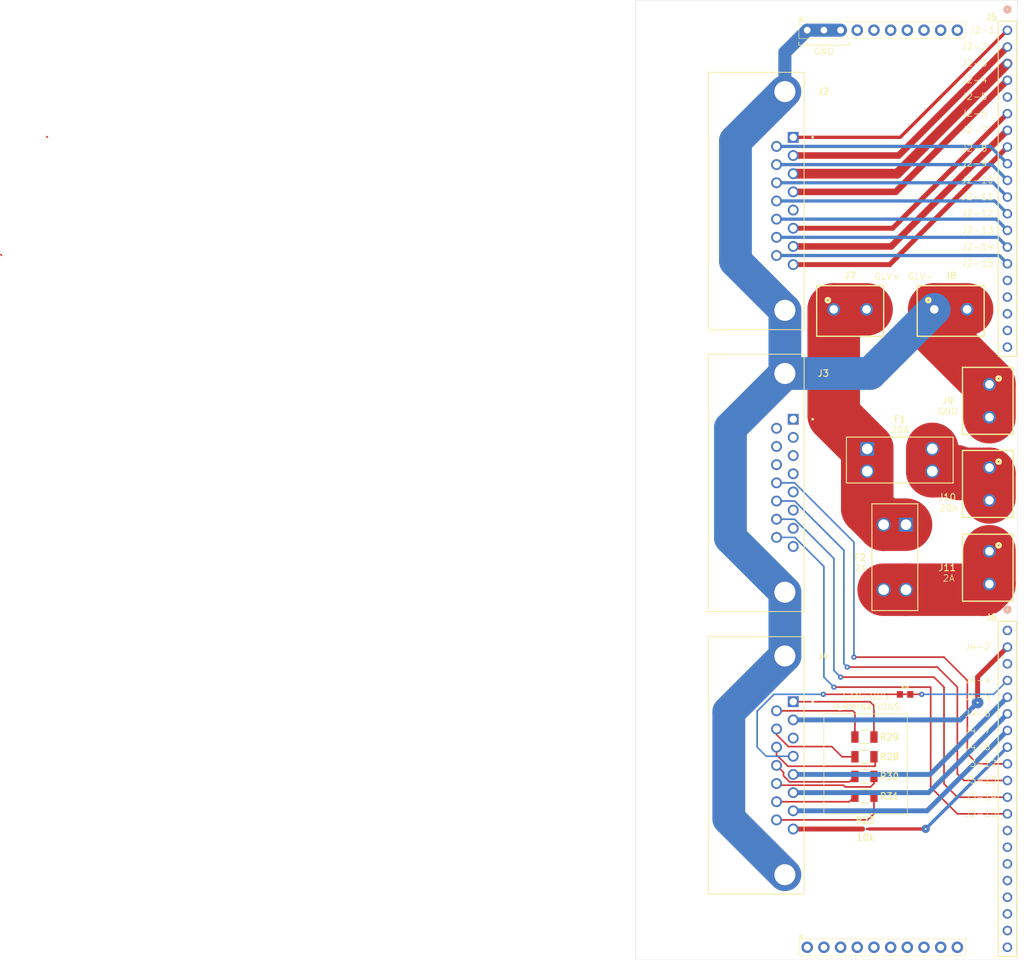
<source format=kicad_pcb>
(kicad_pcb (version 20240108) (generator "pcbnew") (generator_version "8.0")
  (layers (0 "F.Cu" signal) (31 "B.Cu" signal) (34 "B.Paste" user) (35 "F.Paste" user) (36 "B.SilkS" user "B.Silkscreen") (37 "F.SilkS" user "F.Silkscreen") (38 "B.Mask" user) (39 "F.Mask" user) (44 "Edge.Cuts" user))
  (net 0 "")
  (net 1 "Net-(J2-Pad02)")
  (net 2 "Net-(J2-Pad10)")
  (net 3 "Net-(J2-Pad04)")
  (net 6 "Net-(J2-Pad11)")
  (net 8 "Net-(J2-Pad09)")
  (net 10 "Net-(J3-Pad12)")
  (net 11 "Net-(J3-Pad13)")
  (net 12 "Net-(J3-Pad15)")
  (net 13 "Net-(J3-Pad14)")
  (net 23 "Net-(J2-Pad01)")
  (net 24 "Net-(J2-Pad07)")
  (net 25 "Net-(J2-Pad08)")
  (net 28 "Net-(J2-Pad03)")
  (net 32 "Net-(J2-Pad06)")
  (net 35 "Net-(J2-Pad12)")
  (net 38 "Net-(J2-Pad13)")
  (net 40 "Net-(J2-Pad15)")
  (net 43 "Net-(J2-Pad14)")
  (net 44 "Net-(J4-Pad12)")
  (net 45 "Net-(J4-Pad04)")
  (net 46 "Net-(J4-Pad07)")
  (net 47 "Net-(J4-Pad05)")
  (net 48 "Net-(J4-Pad10)")
  (net 49 "Net-(J4-Pad01)")
  (net 50 "Net-(J4-Pad06)")
  (net 51 "Net-(J4-Pad08)")
  (net 52 "Net-(J4-Pad15)")
  (net 53 "Net-(J4-Pad14)")
  (net 55 "Net-(J4-Pad11)")
  (net 56 "unconnected-(J4-Pad02)")
  (net 57 "Net-(J4-Pad13)")
  (net 58 "Net-(J4-Pad09)")
  (net 59 "Net-(J6-Pad8)")
  (net 61 "Net-(F1-Pad1)")
  (net 62 "Net-(F1-Pad3)")
  (net 63 "Net-(F2-Pad3)")
  (net 67 "Net-(J1-Pad1)")
  (footprint "3568:3568_KEY" (layer "F.Cu") (at 114.1018 95.647 -90)
    (property "Reference" "F2" (at 5 6 0) (layer "F.SilkS") (effects (justify right)))
    (property "Value" "2A")
    (fp_line (start 13.081 5.1943) (end -3.175 5.1943) (stroke (width 0.1524)) (layer "F.SilkS"))
    (fp_line (start -3.175 -1.7907) (end -3.175 5.1943) (stroke (width 0.1524)) (layer "F.SilkS"))
    (fp_line (start 13.081 -1.7907) (end 13.081 5.1943) (stroke (width 0.1524)) (layer "F.SilkS"))
    (fp_line (start 13.081 -1.7907) (end -3.175 -1.7907) (stroke (width 0.1524)) (layer "F.SilkS"))
    (pad "1" thru_hole rect (at 0 0 270) (size 2.1082 2.1082) (drill 1.6002) (layers "*.Cu" "*.Mask") (net 61 "Net-(F1-Pad1)"))
    (pad "2" thru_hole circle (at 0 3.4036 270) (size 2.1082 2.1082) (drill 1.6002) (layers "*.Cu" "*.Mask") (net 61 "Net-(F1-Pad1)"))
    (pad "3" thru_hole circle (at 9.906 3.4036 270) (size 2.1082 2.1082) (drill 1.6002) (layers "*.Cu" "*.Mask") (net 63 "Net-(F2-Pad3)"))
    (pad "4" thru_hole circle (at 9.906 0 270) (size 2.1082 2.1082) (drill 1.6002) (layers "*.Cu" "*.Mask") (net 63 "Net-(F2-Pad3)"))
  )
  (footprint "3568:3568_KEY" (layer "F.Cu") (at 108.2 84.1)
    (property "Reference" "F1" (at 4.953 -5.106 0) (layer "F.SilkS") (effects (justify top)))
    (property "Value" "20A")
    (fp_line (start -3.175 -1.7907) (end -3.175 5.1943) (stroke (width 0.1524)) (layer "F.SilkS"))
    (fp_line (start 13.081 -1.7907) (end -3.175 -1.7907) (stroke (width 0.1524)) (layer "F.SilkS"))
    (fp_line (start 13.081 -1.7907) (end 13.081 5.1943) (stroke (width 0.1524)) (layer "F.SilkS"))
    (fp_line (start 13.081 5.1943) (end -3.175 5.1943) (stroke (width 0.1524)) (layer "F.SilkS"))
    (pad "1" thru_hole rect (at 0 0) (size 2.1082 2.1082) (drill 1.6002) (layers "*.Cu" "*.Mask") (net 61 "Net-(F1-Pad1)"))
    (pad "2" thru_hole circle (at 0 3.4036) (size 2.1082 2.1082) (drill 1.6002) (layers "*.Cu" "*.Mask") (net 61 "Net-(F1-Pad1)"))
    (pad "3" thru_hole circle (at 9.906 3.4036) (size 2.1082 2.1082) (drill 1.6002) (layers "*.Cu" "*.Mask") (net 62 "Net-(F1-Pad3)"))
    (pad "4" thru_hole circle (at 9.906 0) (size 2.1082 2.1082) (drill 1.6002) (layers "*.Cu" "*.Mask") (net 62 "Net-(F1-Pad3)"))
  )
  (footprint "TNPW1206120RBEEA:RES_TNPW1206_VIS" (layer "F.Cu") (at 107.7722 137)
    (property "Reference" "R31" (at 2.25 0 0) (layer "F.SilkS") (effects (justify left)))
    (property "Value" "120")
    (fp_line (start -0.58145 1.0033) (end 0.58145 1.0033) (stroke (width 0.1524)) (layer "F.SilkS"))
    (fp_line (start 0.58145 -1.0033) (end -0.58145 -1.0033) (stroke (width 0.1524)) (layer "F.SilkS"))
    (pad "1" smd rect (at -1.4478 0) (size 1.1176 1.7526) (layers "F.Cu" "F.Paste" "F.Mask") (net 53 "Net-(J4-Pad14)"))
    (pad "2" smd rect (at 1.4478 0) (size 1.1176 1.7526) (layers "F.Cu" "F.Paste" "F.Mask") (net 52 "Net-(J4-Pad15)"))
  )
  (footprint "691137710002:691137710002" (layer "F.Cu") (at 120.9 62.85)
    (property "Reference" "J8" (at 0 -5.135 0) (layer "F.SilkS"))
    (property "Value" "691137710002")
    (property "VALUE" "691137710002" (hide yes))
    (fp_line (start -5.1 -3.6) (end 5.1 -3.6) (stroke (width 0.2)) (layer "F.SilkS"))
    (fp_line (start -5.1 4.1) (end -5.1 -3.6) (stroke (width 0.2)) (layer "F.SilkS"))
    (fp_line (start 5.1 -3.6) (end 5.1 4.1) (stroke (width 0.2)) (layer "F.SilkS"))
    (fp_line (start 5.1 4.1) (end -5.1 4.1) (stroke (width 0.2)) (layer "F.SilkS"))
    (fp_circle (center -3.4 -1.4) (end -3.3 -1.4) (stroke (width 0.4)) (fill none) (layer "F.SilkS"))
    (pad "1" thru_hole circle (at -2.5 0) (size 1.95 1.95) (drill 1.3) (layers "*.Cu" "*.Mask") (net 67 "Net-(J1-Pad1)"))
    (pad "2" thru_hole circle (at 2.5 0) (size 1.95 1.95) (drill 1.3) (layers "*.Cu" "*.Mask") (net 67 "Net-(J1-Pad1)"))
  )
  (footprint "691137710002:691137710002" (layer "F.Cu") (at 126.8 89.44 -90)
    (property "Reference" "J10" (at 2 5 0) (layer "F.SilkS") (effects (justify right)))
    (property "Value" "691137710002")
    (property "VALUE" "691137710002" (hide yes))
    (fp_line (start -5.1 4.1) (end -5.1 -3.6) (stroke (width 0.2)) (layer "F.SilkS"))
    (fp_line (start 5.1 4.1) (end -5.1 4.1) (stroke (width 0.2)) (layer "F.SilkS"))
    (fp_line (start -5.1 -3.6) (end 5.1 -3.6) (stroke (width 0.2)) (layer "F.SilkS"))
    (fp_line (start 5.1 -3.6) (end 5.1 4.1) (stroke (width 0.2)) (layer "F.SilkS"))
    (fp_circle (center -3.4 -1.4) (end -3.3 -1.4) (stroke (width 0.4)) (fill none) (layer "F.SilkS"))
    (pad "1" thru_hole circle (at -2.5 0 270) (size 1.95 1.95) (drill 1.3) (layers "*.Cu" "*.Mask") (net 62 "Net-(F1-Pad3)"))
    (pad "2" thru_hole circle (at 2.5 0 270) (size 1.95 1.95) (drill 1.3) (layers "*.Cu" "*.Mask") (net 62 "Net-(F1-Pad3)"))
  )
  (footprint "L717SDA15P1ACH4F (7):AMPHENOL_L717SDA15P1ACH4F" (layer "F.Cu") (at 95.66 132.31 -90)
    (property "Reference" "J4" (at -16.68 -5.849 0) (layer "F.SilkS"))
    (property "Value" "*")
    (fp_line (start -19.595 11.67) (end 19.595 11.67) (stroke (width 0.127)) (layer "F.SilkS"))
    (fp_line (start -19.595 11.67) (end -19.595 -2.93) (stroke (width 0.127)) (layer "F.SilkS"))
    (fp_line (start 19.595 11.67) (end 19.595 -2.93) (stroke (width 0.127)) (layer "F.SilkS"))
    (fp_line (start -19.595 -2.93) (end 19.595 -2.93) (stroke (width 0.127)) (layer "F.SilkS"))
    (fp_circle (center -9.7 -4.225) (end -9.6 -4.225) (stroke (width 0.2)) (fill none) (layer "F.SilkS"))
    (pad "01" thru_hole rect (at -9.695 -1.27 270) (size 1.65 1.65) (drill 1.1) (layers "*.Cu" "*.Mask") (net 49 "Net-(J4-Pad01)"))
    (pad "02" thru_hole circle (at -6.925 -1.27 270) (size 1.65 1.65) (drill 1.1) (layers "*.Cu" "*.Mask") (net 56 "unconnected-(J4-Pad02)"))
    (pad "03" thru_hole circle (at -4.155 -1.27 270) (size 1.65 1.65) (drill 1.1) (layers "*.Cu" "*.Mask"))
    (pad "04" thru_hole circle (at -1.385 -1.27 270) (size 1.65 1.65) (drill 1.1) (layers "*.Cu" "*.Mask") (net 45 "Net-(J4-Pad04)"))
    (pad "05" thru_hole circle (at 1.385 -1.27 270) (size 1.65 1.65) (drill 1.1) (layers "*.Cu" "*.Mask") (net 47 "Net-(J4-Pad05)"))
    (pad "06" thru_hole circle (at 4.155 -1.27 270) (size 1.65 1.65) (drill 1.1) (layers "*.Cu" "*.Mask") (net 50 "Net-(J4-Pad06)"))
    (pad "07" thru_hole circle (at 6.925 -1.27 270) (size 1.65 1.65) (drill 1.1) (layers "*.Cu" "*.Mask") (net 46 "Net-(J4-Pad07)"))
    (pad "08" thru_hole circle (at 9.695 -1.27 270) (size 1.65 1.65) (drill 1.1) (layers "*.Cu" "*.Mask") (net 51 "Net-(J4-Pad08)"))
    (pad "09" thru_hole circle (at -8.31 1.27 270) (size 1.65 1.65) (drill 1.1) (layers "*.Cu" "*.Mask") (net 58 "Net-(J4-Pad09)"))
    (pad "10" thru_hole circle (at -5.54 1.27 270) (size 1.65 1.65) (drill 1.1) (layers "*.Cu" "*.Mask") (net 48 "Net-(J4-Pad10)"))
    (pad "11" thru_hole circle (at -2.77 1.27 270) (size 1.65 1.65) (drill 1.1) (layers "*.Cu" "*.Mask") (net 55 "Net-(J4-Pad11)"))
    (pad "12" thru_hole circle (at 0 1.27 270) (size 1.65 1.65) (drill 1.1) (layers "*.Cu" "*.Mask") (net 44 "Net-(J4-Pad12)"))
    (pad "13" thru_hole circle (at 2.77 1.27 270) (size 1.65 1.65) (drill 1.1) (layers "*.Cu" "*.Mask") (net 57 "Net-(J4-Pad13)"))
    (pad "14" thru_hole circle (at 5.54 1.27 270) (size 1.65 1.65) (drill 1.1) (layers "*.Cu" "*.Mask") (net 53 "Net-(J4-Pad14)"))
    (pad "15" thru_hole circle (at 8.31 1.27 270) (size 1.65 1.65) (drill 1.1) (layers "*.Cu" "*.Mask") (net 52 "Net-(J4-Pad15)"))
    (pad "S1" thru_hole circle (at -16.66 0 270) (size 4.216 4.216) (drill 3.2) (layers "*.Cu" "*.Mask") (net 67 "Net-(J1-Pad1)"))
    (pad "S2" thru_hole circle (at 16.66 0 270) (size 4.216 4.216) (drill 3.2) (layers "*.Cu" "*.Mask") (net 67 "Net-(J1-Pad1)"))
  )
  (footprint "TNPW1206120RBEEA:RES_TNPW1206_VIS" (layer "F.Cu") (at 107.7722 131)
    (property "Reference" "R28" (at 2.25 0 0) (layer "F.SilkS") (effects (justify left)))
    (property "Value" "120")
    (fp_line (start -0.58145 1.0033) (end 0.58145 1.0033) (stroke (width 0.1524)) (layer "F.SilkS"))
    (fp_line (start 0.58145 -1.0033) (end -0.58145 -1.0033) (stroke (width 0.1524)) (layer "F.SilkS"))
    (pad "1" smd rect (at -1.4478 0) (size 1.1176 1.7526) (layers "F.Cu" "F.Paste" "F.Mask") (net 48 "Net-(J4-Pad10)"))
    (pad "2" smd rect (at 1.4478 0) (size 1.1176 1.7526) (layers "F.Cu" "F.Paste" "F.Mask") (net 55 "Net-(J4-Pad11)"))
  )
  (footprint "TNPW1206120RBEEA:RES_TNPW1206_VIS" (layer "F.Cu") (at 107.7722 134)
    (property "Reference" "R30" (at 2.25 0 0) (layer "F.SilkS") (effects (justify left)))
    (property "Value" "120")
    (fp_line (start -0.58145 1.0033) (end 0.58145 1.0033) (stroke (width 0.1524)) (layer "F.SilkS"))
    (fp_line (start 0.58145 -1.0033) (end -0.58145 -1.0033) (stroke (width 0.1524)) (layer "F.SilkS"))
    (pad "1" smd rect (at -1.4478 0) (size 1.1176 1.7526) (layers "F.Cu" "F.Paste" "F.Mask") (net 44 "Net-(J4-Pad12)"))
    (pad "2" smd rect (at 1.4478 0) (size 1.1176 1.7526) (layers "F.Cu" "F.Paste" "F.Mask") (net 57 "Net-(J4-Pad13)"))
  )
  (footprint "RMCF0201FT10K0:RES_RMCF0201_STP" (layer "F.Cu") (at 107.89624 142)
    (property "Reference" "R23" (at 0 -1.3 0) (layer "F.SilkS"))
    (property "Value" "10k" (at 0 1.3 0) (layer "F.SilkS"))
    (pad "1" smd rect (at -0.39624 0) (size 0.5588 0.33528) (layers "F.Cu" "F.Paste" "F.Mask") (net 51 "Net-(J4-Pad08)"))
    (pad "2" smd rect (at 0.39624 0) (size 0.5588 0.33528) (layers "F.Cu" "F.Paste" "F.Mask") (net 59 "Net-(J6-Pad8)"))
  )
  (footprint "PH1-10-UA:1X10-2.54MM-THT" (layer "F.Cu") (at 99.06 160.02)
    (property "Reference" "REF**" (hide yes))
    (property "Value" "1X10-2.54MM-THT")
    (fp_line (start -1.27 -1.27) (end -1.27 1.27) (stroke (width 0.0762)) (layer "F.SilkS"))
    (fp_line (start -1.27 -1.27) (end 24.13 -1.27) (stroke (width 0.0762)) (layer "F.SilkS"))
    (fp_line (start 24.13 -1.27) (end 24.13 1.27) (stroke (width 0.0762)) (layer "F.SilkS"))
    (fp_line (start 24.13 1.27) (end -1.27 1.27) (stroke (width 0.0762)) (layer "F.SilkS"))
    (fp_circle (center -1.016 -1.651) (end -0.762 -1.651) (fill solid) (layer "F.SilkS"))
    (pad "1" thru_hole circle (at 0 0) (size 1.75 1.75) (drill 1.02) (layers "*.Cu" "*.Mask"))
    (pad "2" thru_hole circle (at 2.54 0) (size 1.75 1.75) (drill 1.02) (layers "*.Cu" "*.Mask"))
    (pad "3" thru_hole circle (at 5.08 0) (size 1.75 1.75) (drill 1.02) (layers "*.Cu" "*.Mask"))
    (pad "4" thru_hole circle (at 7.62 0) (size 1.75 1.75) (drill 1.02) (layers "*.Cu" "*.Mask"))
    (pad "5" thru_hole circle (at 10.16 0) (size 1.75 1.75) (drill 1.02) (layers "*.Cu" "*.Mask"))
    (pad "6" thru_hole circle (at 12.7 0) (size 1.75 1.75) (drill 1.02) (layers "*.Cu" "*.Mask"))
    (pad "7" thru_hole circle (at 15.24 0) (size 1.75 1.75) (drill 1.02) (layers "*.Cu" "*.Mask"))
    (pad "8" thru_hole circle (at 17.78 0) (size 1.75 1.75) (drill 1.02) (layers "*.Cu" "*.Mask"))
    (pad "9" thru_hole circle (at 20.32 0) (size 1.75 1.75) (drill 1.02) (layers "*.Cu" "*.Mask"))
    (pad "10" thru_hole circle (at 22.86 0) (size 1.75 1.75) (drill 1.02) (layers "*.Cu" "*.Mask"))
  )
  (footprint "691137710002:691137710002" (layer "F.Cu") (at 126.8 102.2 -90)
    (property "Reference" "J11" (at 0 5 0) (layer "F.SilkS") (effects (justify right)))
    (property "Value" "691137710002")
    (property "VALUE" "691137710002" (hide yes))
    (fp_line (start -5.1 4.1) (end -5.1 -3.6) (stroke (width 0.2)) (layer "F.SilkS"))
    (fp_line (start 5.1 4.1) (end -5.1 4.1) (stroke (width 0.2)) (layer "F.SilkS"))
    (fp_line (start -5.1 -3.6) (end 5.1 -3.6) (stroke (width 0.2)) (layer "F.SilkS"))
    (fp_line (start 5.1 -3.6) (end 5.1 4.1) (stroke (width 0.2)) (layer "F.SilkS"))
    (fp_circle (center -3.4 -1.4) (end -3.3 -1.4) (stroke (width 0.4)) (fill none) (layer "F.SilkS"))
    (pad "1" thru_hole circle (at -2.5 0 270) (size 1.95 1.95) (drill 1.3) (layers "*.Cu" "*.Mask") (net 63 "Net-(F2-Pad3)"))
    (pad "2" thru_hole circle (at 2.5 0 270) (size 1.95 1.95) (drill 1.3) (layers "*.Cu" "*.Mask") (net 63 "Net-(F2-Pad3)"))
  )
  (footprint "20-0600-21:CONN_20-0600-21_ARS" (layer "F.Cu") (at 129.54 20.3405 -90)
    (property "Reference" "J5" (at -2 1.5 0) (layer "F.SilkS") (effects (justify right)))
    (property "Value" "20-0600-21")
    (fp_circle (center -3.175 0) (end -2.794 0) (stroke (width 0.508)) (fill none) (layer "B.SilkS"))
    (fp_line (start -1.397 1.397) (end 49.657 1.397) (stroke (width 0.1524)) (layer "F.SilkS"))
    (fp_line (start 49.657 1.397) (end 49.657 -1.397) (stroke (width 0.1524)) (layer "F.SilkS"))
    (fp_line (start -1.397 -1.397) (end -1.397 1.397) (stroke (width 0.1524)) (layer "F.SilkS"))
    (fp_line (start 49.657 -1.397) (end -1.397 -1.397) (stroke (width 0.1524)) (layer "F.SilkS"))
    (fp_circle (center -3.175 0) (end -2.794 0) (stroke (width 0.508)) (fill none) (layer "F.SilkS"))
    (pad "1" thru_hole circle (at 0 0 270) (size 1.4478 1.4478) (drill 0.9398) (layers "*.Cu" "*.Mask") (net 23 "Net-(J2-Pad01)"))
    (pad "2" thru_hole circle (at 2.54 0 270) (size 1.4478 1.4478) (drill 0.9398) (layers "*.Cu" "*.Mask") (net 1 "Net-(J2-Pad02)"))
    (pad "3" thru_hole circle (at 5.08 0 270) (size 1.4478 1.4478) (drill 0.9398) (layers "*.Cu" "*.Mask") (net 28 "Net-(J2-Pad03)"))
    (pad "4" thru_hole circle (at 7.62 0 270) (size 1.4478 1.4478) (drill 0.9398) (layers "*.Cu" "*.Mask") (net 3 "Net-(J2-Pad04)"))
    (pad "5" thru_hole circle (at 10.16 0 270) (size 1.4478 1.4478) (drill 0.9398) (layers "*.Cu" "*.Mask"))
    (pad "6" thru_hole circle (at 12.7 0 270) (size 1.4478 1.4478) (drill 0.9398) (layers "*.Cu" "*.Mask") (net 32 "Net-(J2-Pad06)"))
    (pad "7" thru_hole circle (at 15.24 0 270) (size 1.4478 1.4478) (drill 0.9398) (layers "*.Cu" "*.Mask") (net 24 "Net-(J2-Pad07)"))
    (pad "8" thru_hole circle (at 17.78 0 270) (size 1.4478 1.4478) (drill 0.9398) (layers "*.Cu" "*.Mask") (net 25 "Net-(J2-Pad08)"))
    (pad "9" thru_hole circle (at 20.32 0 270) (size 1.4478 1.4478) (drill 0.9398) (layers "*.Cu" "*.Mask") (net 8 "Net-(J2-Pad09)"))
    (pad "10" thru_hole circle (at 22.86 0 270) (size 1.4478 1.4478) (drill 0.9398) (layers "*.Cu" "*.Mask") (net 2 "Net-(J2-Pad10)"))
    (pad "11" thru_hole circle (at 25.4 0 270) (size 1.4478 1.4478) (drill 0.9398) (layers "*.Cu" "*.Mask") (net 6 "Net-(J2-Pad11)"))
    (pad "12" thru_hole circle (at 27.94 0 270) (size 1.4478 1.4478) (drill 0.9398) (layers "*.Cu" "*.Mask") (net 35 "Net-(J2-Pad12)"))
    (pad "13" thru_hole circle (at 30.48 0 270) (size 1.4478 1.4478) (drill 0.9398) (layers "*.Cu" "*.Mask") (net 38 "Net-(J2-Pad13)"))
    (pad "14" thru_hole circle (at 33.02 0 270) (size 1.4478 1.4478) (drill 0.9398) (layers "*.Cu" "*.Mask") (net 43 "Net-(J2-Pad14)"))
    (pad "15" thru_hole circle (at 35.56 0 270) (size 1.4478 1.4478) (drill 0.9398) (layers "*.Cu" "*.Mask") (net 40 "Net-(J2-Pad15)"))
    (pad "16" thru_hole circle (at 38.1 0 270) (size 1.4478 1.4478) (drill 0.9398) (layers "*.Cu" "*.Mask"))
    (pad "17" thru_hole circle (at 40.64 0 270) (size 1.4478 1.4478) (drill 0.9398) (layers "*.Cu" "*.Mask"))
    (pad "18" thru_hole circle (at 43.18 0 270) (size 1.4478 1.4478) (drill 0.9398) (layers "*.Cu" "*.Mask"))
    (pad "19" thru_hole circle (at 45.72 0 270) (size 1.4478 1.4478) (drill 0.9398) (layers "*.Cu" "*.Mask"))
    (pad "20" thru_hole circle (at 48.26 0 270) (size 1.4478 1.4478) (drill 0.9398) (layers "*.Cu" "*.Mask"))
  )
  (footprint "20-0600-21:CONN_20-0600-21_ARS" (layer "F.Cu") (at 129.54 111.76 -90)
    (property "Reference" "J6" (at -2 1.5 0) (layer "F.SilkS") (effects (justify right)))
    (property "Value" "20-0600-21")
    (fp_circle (center -3.175 0) (end -2.794 0) (stroke (width 0.508)) (fill none) (layer "B.SilkS"))
    (fp_line (start -1.397 1.397) (end 49.657 1.397) (stroke (width 0.1524)) (layer "F.SilkS"))
    (fp_line (start 49.657 1.397) (end 49.657 -1.397) (stroke (width 0.1524)) (layer "F.SilkS"))
    (fp_line (start -1.397 -1.397) (end -1.397 1.397) (stroke (width 0.1524)) (layer "F.SilkS"))
    (fp_line (start 49.657 -1.397) (end -1.397 -1.397) (stroke (width 0.1524)) (layer "F.SilkS"))
    (fp_circle (center -3.175 0) (end -2.794 0) (stroke (width 0.508)) (fill none) (layer "F.SilkS"))
    (pad "1" thru_hole circle (at 0 0 270) (size 1.4478 1.4478) (drill 0.9398) (layers "*.Cu" "*.Mask"))
    (pad "2" thru_hole circle (at 2.54 0 270) (size 1.4478 1.4478) (drill 0.9398) (layers "*.Cu" "*.Mask") (net 56 "unconnected-(J4-Pad02)"))
    (pad "3" thru_hole circle (at 5.08 0 270) (size 1.4478 1.4478) (drill 0.9398) (layers "*.Cu" "*.Mask"))
    (pad "4" thru_hole circle (at 7.62 0 270) (size 1.4478 1.4478) (drill 0.9398) (layers "*.Cu" "*.Mask") (net 45 "Net-(J4-Pad04)"))
    (pad "5" thru_hole circle (at 10.16 0 270) (size 1.4478 1.4478) (drill 0.9398) (layers "*.Cu" "*.Mask") (net 47 "Net-(J4-Pad05)"))
    (pad "6" thru_hole circle (at 12.7 0 270) (size 1.4478 1.4478) (drill 0.9398) (layers "*.Cu" "*.Mask") (net 50 "Net-(J4-Pad06)"))
    (pad "7" thru_hole circle (at 15.24 0 270) (size 1.4478 1.4478) (drill 0.9398) (layers "*.Cu" "*.Mask") (net 46 "Net-(J4-Pad07)"))
    (pad "8" thru_hole circle (at 17.78 0 270) (size 1.4478 1.4478) (drill 0.9398) (layers "*.Cu" "*.Mask") (net 59 "Net-(J6-Pad8)"))
    (pad "9" thru_hole circle (at 20.32 0 270) (size 1.4478 1.4478) (drill 0.9398) (layers "*.Cu" "*.Mask") (net 10 "Net-(J3-Pad12)"))
    (pad "10" thru_hole circle (at 22.86 0 270) (size 1.4478 1.4478) (drill 0.9398) (layers "*.Cu" "*.Mask") (net 11 "Net-(J3-Pad13)"))
    (pad "11" thru_hole circle (at 25.4 0 270) (size 1.4478 1.4478) (drill 0.9398) (layers "*.Cu" "*.Mask") (net 13 "Net-(J3-Pad14)"))
    (pad "12" thru_hole circle (at 27.94 0 270) (size 1.4478 1.4478) (drill 0.9398) (layers "*.Cu" "*.Mask") (net 12 "Net-(J3-Pad15)"))
    (pad "13" thru_hole circle (at 30.48 0 270) (size 1.4478 1.4478) (drill 0.9398) (layers "*.Cu" "*.Mask"))
    (pad "14" thru_hole circle (at 33.02 0 270) (size 1.4478 1.4478) (drill 0.9398) (layers "*.Cu" "*.Mask"))
    (pad "15" thru_hole circle (at 35.56 0 270) (size 1.4478 1.4478) (drill 0.9398) (layers "*.Cu" "*.Mask"))
    (pad "16" thru_hole circle (at 38.1 0 270) (size 1.4478 1.4478) (drill 0.9398) (layers "*.Cu" "*.Mask"))
    (pad "17" thru_hole circle (at 40.64 0 270) (size 1.4478 1.4478) (drill 0.9398) (layers "*.Cu" "*.Mask"))
    (pad "18" thru_hole circle (at 43.18 0 270) (size 1.4478 1.4478) (drill 0.9398) (layers "*.Cu" "*.Mask"))
    (pad "19" thru_hole circle (at 45.72 0 270) (size 1.4478 1.4478) (drill 0.9398) (layers "*.Cu" "*.Mask"))
    (pad "20" thru_hole circle (at 48.26 0 270) (size 1.4478 1.4478) (drill 0.9398) (layers "*.Cu" "*.Mask"))
  )
  (footprint "L717SDA15P1ACH4F (7):AMPHENOL_L717SDA15P1ACH4F" (layer "F.Cu") (at 95.66 46.33575 -90)
    (property "Reference" "J2" (at -16.68 -5.849 0) (layer "F.SilkS"))
    (property "Value" "*")
    (fp_line (start -19.595 11.67) (end 19.595 11.67) (stroke (width 0.127)) (layer "F.SilkS"))
    (fp_line (start -19.595 11.67) (end -19.595 -2.93) (stroke (width 0.127)) (layer "F.SilkS"))
    (fp_line (start 19.595 11.67) (end 19.595 -2.93) (stroke (width 0.127)) (layer "F.SilkS"))
    (fp_line (start -19.595 -2.93) (end 19.595 -2.93) (stroke (width 0.127)) (layer "F.SilkS"))
    (fp_circle (center -9.7 -4.225) (end -9.6 -4.225) (stroke (width 0.2)) (fill none) (layer "F.SilkS"))
    (pad "01" thru_hole rect (at -9.695 -1.27 270) (size 1.65 1.65) (drill 1.1) (layers "*.Cu" "*.Mask") (net 23 "Net-(J2-Pad01)"))
    (pad "02" thru_hole circle (at -6.925 -1.27 270) (size 1.65 1.65) (drill 1.1) (layers "*.Cu" "*.Mask") (net 1 "Net-(J2-Pad02)"))
    (pad "03" thru_hole circle (at -4.155 -1.27 270) (size 1.65 1.65) (drill 1.1) (layers "*.Cu" "*.Mask") (net 28 "Net-(J2-Pad03)"))
    (pad "04" thru_hole circle (at -1.385 -1.27 270) (size 1.65 1.65) (drill 1.1) (layers "*.Cu" "*.Mask") (net 3 "Net-(J2-Pad04)"))
    (pad "05" thru_hole circle (at 1.385 -1.27 270) (size 1.65 1.65) (drill 1.1) (layers "*.Cu" "*.Mask"))
    (pad "06" thru_hole circle (at 4.155 -1.27 270) (size 1.65 1.65) (drill 1.1) (layers "*.Cu" "*.Mask") (net 32 "Net-(J2-Pad06)"))
    (pad "07" thru_hole circle (at 6.925 -1.27 270) (size 1.65 1.65) (drill 1.1) (layers "*.Cu" "*.Mask") (net 24 "Net-(J2-Pad07)"))
    (pad "08" thru_hole circle (at 9.695 -1.27 270) (size 1.65 1.65) (drill 1.1) (layers "*.Cu" "*.Mask") (net 25 "Net-(J2-Pad08)"))
    (pad "09" thru_hole circle (at -8.31 1.27 270) (size 1.65 1.65) (drill 1.1) (layers "*.Cu" "*.Mask") (net 8 "Net-(J2-Pad09)"))
    (pad "10" thru_hole circle (at -5.54 1.27 270) (size 1.65 1.65) (drill 1.1) (layers "*.Cu" "*.Mask") (net 2 "Net-(J2-Pad10)"))
    (pad "11" thru_hole circle (at -2.77 1.27 270) (size 1.65 1.65) (drill 1.1) (layers "*.Cu" "*.Mask") (net 6 "Net-(J2-Pad11)"))
    (pad "12" thru_hole circle (at 0 1.27 270) (size 1.65 1.65) (drill 1.1) (layers "*.Cu" "*.Mask") (net 35 "Net-(J2-Pad12)"))
    (pad "13" thru_hole circle (at 2.77 1.27 270) (size 1.65 1.65) (drill 1.1) (layers "*.Cu" "*.Mask") (net 38 "Net-(J2-Pad13)"))
    (pad "14" thru_hole circle (at 5.54 1.27 270) (size 1.65 1.65) (drill 1.1) (layers "*.Cu" "*.Mask") (net 43 "Net-(J2-Pad14)"))
    (pad "15" thru_hole circle (at 8.31 1.27 270) (size 1.65 1.65) (drill 1.1) (layers "*.Cu" "*.Mask") (net 40 "Net-(J2-Pad15)"))
    (pad "S1" thru_hole circle (at -16.66 0 270) (size 4.216 4.216) (drill 3.2) (layers "*.Cu" "*.Mask") (net 67 "Net-(J1-Pad1)"))
    (pad "S2" thru_hole circle (at 16.66 0 270) (size 4.216 4.216) (drill 3.2) (layers "*.Cu" "*.Mask") (net 67 "Net-(J1-Pad1)"))
  )
  (footprint "TNPW1206120RBEEA:RES_TNPW1206_VIS" (layer "F.Cu") (at 107.7722 128 180)
    (property "Reference" "R29" (at -2.25 0 0) (layer "F.SilkS") (effects (justify left)))
    (property "Value" "120")
    (fp_line (start 0.58145 -1.0033) (end -0.58145 -1.0033) (stroke (width 0.1524)) (layer "F.SilkS"))
    (fp_line (start -0.58145 1.0033) (end 0.58145 1.0033) (stroke (width 0.1524)) (layer "F.SilkS"))
    (pad "1" smd rect (at -1.4478 0 180) (size 1.1176 1.7526) (layers "F.Cu" "F.Paste" "F.Mask") (net 49 "Net-(J4-Pad01)"))
    (pad "2" smd rect (at 1.4478 0 180) (size 1.1176 1.7526) (layers "F.Cu" "F.Paste" "F.Mask") (net 58 "Net-(J4-Pad09)"))
  )
  (footprint "L717SDA15P1ACH4F (7):AMPHENOL_L717SDA15P1ACH4F" (layer "F.Cu") (at 95.66 89.27575 -90)
    (property "Reference" "J3" (at -16.68 -5.849 0) (layer "F.SilkS"))
    (property "Value" "*")
    (fp_line (start -19.595 11.67) (end 19.595 11.67) (stroke (width 0.127)) (layer "F.SilkS"))
    (fp_line (start -19.595 11.67) (end -19.595 -2.93) (stroke (width 0.127)) (layer "F.SilkS"))
    (fp_line (start 19.595 11.67) (end 19.595 -2.93) (stroke (width 0.127)) (layer "F.SilkS"))
    (fp_line (start -19.595 -2.93) (end 19.595 -2.93) (stroke (width 0.127)) (layer "F.SilkS"))
    (fp_circle (center -9.7 -4.225) (end -9.6 -4.225) (stroke (width 0.2)) (fill none) (layer "F.SilkS"))
    (pad "01" thru_hole rect (at -9.695 -1.27 270) (size 1.65 1.65) (drill 1.1) (layers "*.Cu" "*.Mask"))
    (pad "02" thru_hole circle (at -6.925 -1.27 270) (size 1.65 1.65) (drill 1.1) (layers "*.Cu" "*.Mask"))
    (pad "03" thru_hole circle (at -4.155 -1.27 270) (size 1.65 1.65) (drill 1.1) (layers "*.Cu" "*.Mask"))
    (pad "04" thru_hole circle (at -1.385 -1.27 270) (size 1.65 1.65) (drill 1.1) (layers "*.Cu" "*.Mask"))
    (pad "05" thru_hole circle (at 1.385 -1.27 270) (size 1.65 1.65) (drill 1.1) (layers "*.Cu" "*.Mask"))
    (pad "06" thru_hole circle (at 4.155 -1.27 270) (size 1.65 1.65) (drill 1.1) (layers "*.Cu" "*.Mask"))
    (pad "07" thru_hole circle (at 6.925 -1.27 270) (size 1.65 1.65) (drill 1.1) (layers "*.Cu" "*.Mask"))
    (pad "08" thru_hole circle (at 9.695 -1.27 270) (size 1.65 1.65) (drill 1.1) (layers "*.Cu" "*.Mask"))
    (pad "09" thru_hole circle (at -8.31 1.27 270) (size 1.65 1.65) (drill 1.1) (layers "*.Cu" "*.Mask"))
    (pad "10" thru_hole circle (at -5.54 1.27 270) (size 1.65 1.65) (drill 1.1) (layers "*.Cu" "*.Mask"))
    (pad "11" thru_hole circle (at -2.77 1.27 270) (size 1.65 1.65) (drill 1.1) (layers "*.Cu" "*.Mask"))
    (pad "12" thru_hole circle (at 0 1.27 270) (size 1.65 1.65) (drill 1.1) (layers "*.Cu" "*.Mask") (net 10 "Net-(J3-Pad12)"))
    (pad "13" thru_hole circle (at 2.77 1.27 270) (size 1.65 1.65) (drill 1.1) (layers "*.Cu" "*.Mask") (net 11 "Net-(J3-Pad13)"))
    (pad "14" thru_hole circle (at 5.54 1.27 270) (size 1.65 1.65) (drill 1.1) (layers "*.Cu" "*.Mask") (net 13 "Net-(J3-Pad14)"))
    (pad "15" thru_hole circle (at 8.31 1.27 270) (size 1.65 1.65) (drill 1.1) (layers "*.Cu" "*.Mask") (net 12 "Net-(J3-Pad15)"))
    (pad "S1" thru_hole circle (at -16.66 0 270) (size 4.216 4.216) (drill 3.2) (layers "*.Cu" "*.Mask") (net 67 "Net-(J1-Pad1)"))
    (pad "S2" thru_hole circle (at 16.66 0 270) (size 4.216 4.216) (drill 3.2) (layers "*.Cu" "*.Mask") (net 67 "Net-(J1-Pad1)"))
  )
  (footprint "691137710002:691137710002" (layer "F.Cu") (at 105.6 62.85)
    (property "Reference" "J7" (at 0 -5.135 0) (layer "F.SilkS"))
    (property "Value" "691137710002")
    (property "VALUE" "691137710002" (hide yes))
    (fp_line (start -5.1 -3.6) (end 5.1 -3.6) (stroke (width 0.2)) (layer "F.SilkS"))
    (fp_line (start -5.1 4.1) (end -5.1 -3.6) (stroke (width 0.2)) (layer "F.SilkS"))
    (fp_line (start 5.1 -3.6) (end 5.1 4.1) (stroke (width 0.2)) (layer "F.SilkS"))
    (fp_line (start 5.1 4.1) (end -5.1 4.1) (stroke (width 0.2)) (layer "F.SilkS"))
    (fp_circle (center -3.4 -1.4) (end -3.3 -1.4) (stroke (width 0.4)) (fill none) (layer "F.SilkS"))
    (pad "1" thru_hole circle (at -2.5 0) (size 1.95 1.95) (drill 1.3) (layers "*.Cu" "*.Mask") (net 61 "Net-(F1-Pad1)"))
    (pad "2" thru_hole circle (at 2.5 0) (size 1.95 1.95) (drill 1.3) (layers "*.Cu" "*.Mask") (net 61 "Net-(F1-Pad1)"))
  )
  (footprint "ERA-3AEB3011V:RESC1608X55N" (layer "F.Cu") (at 113.96 121.5)
    (property "Reference" "R26" (at 0 -1.1 0) (layer "F.SilkS") (effects (font (size 0.393701 0.393701) (thickness 0.098425))))
    (property "Value" "3.01k")
    (pad "1" smd rect (at -0.79 0) (size 0.94 1.02) (layers "F.Cu" "F.Paste" "F.Mask") (net 45 "Net-(J4-Pad04)"))
    (pad "2" smd rect (at 0.79 0) (size 0.94 1.02) (layers "F.Cu" "F.Paste" "F.Mask") (net 45 "Net-(J4-Pad04)"))
  )
  (footprint "PH1-10-UA:1X10-2.54MM-THT" (layer "F.Cu") (at 99.06 20.32)
    (property "Reference" "J1" (hide yes))
    (property "Value" "PH1-10-UA")
    (fp_line (start -1.27 -1.27) (end -1.27 1.27) (stroke (width 0.0762)) (layer "F.SilkS"))
    (fp_line (start -1.27 -1.27) (end 24.13 -1.27) (stroke (width 0.0762)) (layer "F.SilkS"))
    (fp_line (start 24.13 -1.27) (end 24.13 1.27) (stroke (width 0.0762)) (layer "F.SilkS"))
    (fp_line (start 24.13 1.27) (end -1.27 1.27) (stroke (width 0.0762)) (layer "F.SilkS"))
    (fp_circle (center -1.016 -1.651) (end -0.762 -1.651) (fill solid) (layer "F.SilkS"))
    (pad "1" thru_hole circle (at 0 0) (size 1.75 1.75) (drill 1.02) (layers "*.Cu" "*.Mask") (net 67 "Net-(J1-Pad1)"))
    (pad "2" thru_hole circle (at 2.54 0) (size 1.75 1.75) (drill 1.02) (layers "*.Cu" "*.Mask") (net 67 "Net-(J1-Pad1)"))
    (pad "3" thru_hole circle (at 5.08 0) (size 1.75 1.75) (drill 1.02) (layers "*.Cu" "*.Mask") (net 67 "Net-(J1-Pad1)"))
    (pad "4" thru_hole circle (at 7.62 0) (size 1.75 1.75) (drill 1.02) (layers "*.Cu" "*.Mask"))
    (pad "5" thru_hole circle (at 10.16 0) (size 1.75 1.75) (drill 1.02) (layers "*.Cu" "*.Mask"))
    (pad "6" thru_hole circle (at 12.7 0) (size 1.75 1.75) (drill 1.02) (layers "*.Cu" "*.Mask"))
    (pad "7" thru_hole circle (at 15.24 0) (size 1.75 1.75) (drill 1.02) (layers "*.Cu" "*.Mask"))
    (pad "8" thru_hole circle (at 17.78 0) (size 1.75 1.75) (drill 1.02) (layers "*.Cu" "*.Mask"))
    (pad "9" thru_hole circle (at 20.32 0) (size 1.75 1.75) (drill 1.02) (layers "*.Cu" "*.Mask"))
    (pad "10" thru_hole circle (at 22.86 0) (size 1.75 1.75) (drill 1.02) (layers "*.Cu" "*.Mask"))
  )
  (footprint "691137710002:691137710002" (layer "F.Cu") (at 126.8 76.78 -90)
    (property "Reference" "J9" (at 0 5.388 0) (layer "F.SilkS") (effects (justify right)))
    (property "Value" "691137710002")
    (property "VALUE" "691137710002" (hide yes))
    (fp_line (start -5.1 4.1) (end -5.1 -3.6) (stroke (width 0.2)) (layer "F.SilkS"))
    (fp_line (start 5.1 4.1) (end -5.1 4.1) (stroke (width 0.2)) (layer "F.SilkS"))
    (fp_line (start -5.1 -3.6) (end 5.1 -3.6) (stroke (width 0.2)) (layer "F.SilkS"))
    (fp_line (start 5.1 -3.6) (end 5.1 4.1) (stroke (width 0.2)) (layer "F.SilkS"))
    (fp_circle (center -3.4 -1.4) (end -3.3 -1.4) (stroke (width 0.4)) (fill none) (layer "F.SilkS"))
    (pad "1" thru_hole circle (at -2.5 0 270) (size 1.95 1.95) (drill 1.3) (layers "*.Cu" "*.Mask") (net 67 "Net-(J1-Pad1)"))
    (pad "2" thru_hole circle (at 2.5 0 270) (size 1.95 1.95) (drill 1.3) (layers "*.Cu" "*.Mask") (net 67 "Net-(J1-Pad1)"))
  )
  (gr_line (start 105.41 22.606) (end 97.79 22.606) (stroke (width 0.1)) (layer "F.SilkS"))
  (gr_line (start 97.79 22.606) (end 97.79 22.098) (stroke (width 0.1)) (layer "F.SilkS"))
  (gr_line (start 105.41 22.098) (end 105.41 22.606) (stroke (width 0.1)) (layer "F.SilkS"))
  (gr_rect (start 101.6 124.46) (end 114.3 139.7) (stroke (width 0.1)) (fill none) (layer "F.SilkS"))
  (gr_rect (start 72.964 15.748) (end 131.064 161.948) (stroke (width 0.05)) (fill none) (layer "Edge.Cuts"))
  (gr_text "J2-9" (at 122.5 41.2 0) (layer "F.SilkS") (effects (font (size 1 1) (thickness 0.1)) (justify left bottom)))
  (gr_text "J2-1" (at 123.698 20.8595 0) (layer "F.SilkS") (effects (font (size 1 1) (thickness 0.1)) (justify left bottom)))
  (gr_text "J4-8" (at 123 130.0795 0) (layer "F.SilkS") (effects (font (size 1 1) (thickness 0.1)) (justify left bottom)))
  (gr_text "20A" (at 119.126 93.726 0) (layer "F.SilkS") (effects (font (size 1 1) (thickness 0.1)) (justify left bottom)))
  (gr_text "J2-7" (at 122.5 36.0995 0) (layer "F.SilkS") (effects (font (size 1 1) (thickness 0.1)) (justify left bottom)))
  (gr_text "J2-15" (at 122.5 56.44 0) (layer "F.SilkS") (effects (font (size 1 1) (thickness 0.1)) (justify left bottom)))
  (gr_text "J2-6" (at 122.5 33.5595 0) (layer "F.SilkS") (effects (font (size 1 1) (thickness 0.1)) (justify left bottom)))
  (gr_text "CAN-BUS\nTERMINATIONS" (at 108 124 0) (layer "F.SilkS") (effects (font (size 1 1) (thickness 0.1)) (justify bottom)))
  (gr_text "J3-14" (at 123 137.6995 0) (layer "F.SilkS") (effects (font (size 1 1) (thickness 0.1)) (justify left bottom)))
  (gr_text "J4-6" (at 123 124.9995 0) (layer "F.SilkS") (effects (font (size 1 1) (thickness 0.1)) (justify left bottom)))
  (gr_text "J4-5" (at 123 122.4595 0) (layer "F.SilkS") (effects (font (size 1 1) (thickness 0.1)) (justify left bottom)))
  (gr_text "GND" (at 100.026191 24.13 0) (layer "F.SilkS") (effects (font (size 1 1) (thickness 0.1)) (justify left bottom)))
  (gr_text "GND" (at 118.872 78.994 0) (layer "F.SilkS") (effects (font (size 1 1) (thickness 0.1)) (justify left bottom)))
  (gr_text "J4-2" (at 123 114.8395 0) (layer "F.SilkS") (effects (font (size 1 1) (thickness 0.1)) (justify left bottom)))
  (gr_text "J3-13" (at 123 135.1595 0) (layer "F.SilkS") (effects (font (size 1 1) (thickness 0.1)) (justify left bottom)))
  (gr_text "J2-3" (at 122.5 25.9395 0) (layer "F.SilkS") (effects (font (size 1 1) (thickness 0.1)) (justify left bottom)))
  (gr_text "J4-4" (at 123 119.9195 0) (layer "F.SilkS") (effects (font (size 1 1) (thickness 0.1)) (justify left bottom)))
  (gr_text "J2-14" (at 122.5 53.9 0) (layer "F.SilkS") (effects (font (size 1 1) (thickness 0.1)) (justify left bottom)))
  (gr_text "GLV-" (at 114.3 58.42 0) (layer "F.SilkS") (effects (font (size 1 1) (thickness 0.1)) (justify left bottom)))
  (gr_text "J3-12" (at 123 132.6195 0) (layer "F.SilkS") (effects (font (size 1 1) (thickness 0.1)) (justify left bottom)))
  (gr_text "2A" (at 106.172 102.87 0) (layer "F.SilkS") (effects (font (size 1 1) (thickness 0.1)) (justify left bottom)))
  (gr_text "J2-8" (at 122.5 38.9 0) (layer "F.SilkS") (effects (font (size 1 1) (thickness 0.1)) (justify left bottom)))
  (gr_text "J2-11" (at 122.5 46.28 0) (layer "F.SilkS") (effects (font (size 1 1) (thickness 0.1)) (justify left bottom)))
  (gr_text "J2-2" (at 122.5 23.3995 0) (layer "F.SilkS") (effects (font (size 1 1) (thickness 0.1)) (justify left bottom)))
  (gr_text "J2-4" (at 122.5 28.4795 0) (layer "F.SilkS") (effects (font (size 1 1) (thickness 0.1)) (justify left bottom)))
  (gr_text "J2-10" (at 122.5 43.74 0) (layer "F.SilkS") (effects (font (size 1 1) (thickness 0.1)) (justify left bottom)))
  (gr_text "20A" (at 111.76 81.788 0) (layer "F.SilkS") (effects (font (size 1 1) (thickness 0.1)) (justify left bottom)))
  (gr_text "J2-5" (at 122.5 31.0195 0) (layer "F.SilkS") (effects (font (size 1 1) (thickness 0.1)) (justify left bottom)))
  (gr_text "GLV+" (at 109.22 58.42 0) (layer "F.SilkS") (effects (font (size 1 1) (thickness 0.1)) (justify left bottom)))
  (gr_text "J2-12" (at 122.5 48.82 0) (layer "F.SilkS") (effects (font (size 1 1) (thickness 0.1)) (justify left bottom)))
  (gr_text "2A" (at 119.634 104.394 0) (layer "F.SilkS") (effects (font (size 1 1) (thickness 0.1)) (justify left bottom)))
  (gr_text "J4-7" (at 123 127.5395 0) (layer "F.SilkS") (effects (font (size 1 1) (thickness 0.1)) (justify left bottom)))
  (gr_text "J3-15" (at 123 140.2395 0) (layer "F.SilkS") (effects (font (size 1 1) (thickness 0.1)) (justify left bottom)))
  (gr_text "J2-13" (at 122.5 51.36 0) (layer "F.SilkS") (effects (font (size 1 1) (thickness 0.1)) (justify left bottom)))
  (segment (start -16.595 36.64075) (end -16.74 36.49575) (width 0.2) (layer "F.Cu") (net 0))
  (segment (start -23.59 54.64575) (end -23.74 54.49575) (width 0.2) (layer "F.Cu") (net 0))
  (segment (start 96.93 39.41075) (end 112.98925 39.41075) (width 1) (layer "F.Cu") (net 1))
  (segment (start 112.98925 39.41075) (end 129.54 22.86) (width 1) (layer "F.Cu") (net 1))
  (segment (start 127.15575 40.79575) (end 129.54 43.18) (width 0.5) (layer "B.Cu") (net 2))
  (segment (start 94.39 40.79575) (end 127.15575 40.79575) (width 0.5) (layer "B.Cu") (net 2))
  (segment (start 112.52925 44.95075) (end 129.54 27.94) (width 1) (layer "F.Cu") (net 3))
  (segment (start 96.93 44.95075) (end 112.52925 44.95075) (width 1) (layer "F.Cu") (net 3))
  (segment (start 94.39 43.56575) (end 127.38575 43.56575) (width 0.5) (layer "B.Cu") (net 6))
  (segment (start 127.38575 43.56575) (end 129.54 45.72) (width 0.5) (layer "B.Cu") (net 6))
  (segment (start 126.92575 38.02575) (end 94.39 38.02575) (width 0.5) (layer "B.Cu") (net 8))
  (segment (start 126.92575 38.02575) (end 129.54 40.64) (width 0.5) (layer "B.Cu") (net 8))
  (segment (start 106.172 115.824) (end 119.888 115.824) (width 0.25) (layer "F.Cu") (net 10))
  (segment (start 119.888 115.824) (end 123.444 119.38) (width 0.25) (layer "F.Cu") (net 10))
  (segment (start 124.968 132.08) (end 129.54 132.08) (width 0.25) (layer "F.Cu") (net 10))
  (segment (start 124.968 132.08) (end 123.444 130.556) (width 0.25) (layer "F.Cu") (net 10))
  (segment (start 123.444 130.556) (end 123.444 119.38) (width 0.25) (layer "F.Cu") (net 10))
  (via (at 106.172 115.824) (size 0.8) (drill 0.3) (layers "F.Cu" "B.Cu") (net 10))
  (segment (start 106.172 98.311759) (end 106.172 115.824) (width 0.25) (layer "B.Cu") (net 10))
  (segment (start 97.135991 89.27575) (end 106.172 98.311759) (width 0.25) (layer "B.Cu") (net 10))
  (segment (start 94.39 89.27575) (end 97.135991 89.27575) (width 0.25) (layer "B.Cu") (net 10))
  (segment (start 121.92 120.396) (end 121.92 133.604) (width 0.25) (layer "F.Cu") (net 11))
  (segment (start 118.872 117.348) (end 121.92 120.396) (width 0.25) (layer "F.Cu") (net 11))
  (segment (start 121.92 133.604) (end 122.936 134.62) (width 0.25) (layer "F.Cu") (net 11))
  (segment (start 122.936 134.62) (end 129.54 134.62) (width 0.25) (layer "F.Cu") (net 11))
  (segment (start 105.156 117.348) (end 118.872 117.348) (width 0.25) (layer "F.Cu") (net 11))
  (via (at 105.156 117.348) (size 0.8) (drill 0.3) (layers "F.Cu" "B.Cu") (net 11))
  (segment (start 104.648 99.557759) (end 104.648 116.84) (width 0.25) (layer "B.Cu") (net 11))
  (segment (start 104.648 116.84) (end 105.156 117.348) (width 0.25) (layer "B.Cu") (net 11))
  (segment (start 97.135991 92.04575) (end 104.648 99.557759) (width 0.25) (layer "B.Cu") (net 11))
  (segment (start 94.39 92.04575) (end 97.135991 92.04575) (width 0.25) (layer "B.Cu") (net 11))
  (segment (start 103.124 120.396) (end 117.856 120.396) (width 0.25) (layer "F.Cu") (net 12))
  (segment (start 121.92 139.7) (end 129.54 139.7) (width 0.25) (layer "F.Cu") (net 12))
  (segment (start 117.856 120.396) (end 117.856 135.636) (width 0.25) (layer "F.Cu") (net 12))
  (segment (start 117.856 135.636) (end 121.92 139.7) (width 0.25) (layer "F.Cu") (net 12))
  (via (at 103.124 120.396) (size 0.8) (drill 0.3) (layers "F.Cu" "B.Cu") (net 12))
  (segment (start 101.6 102.014404) (end 101.6 118.872) (width 0.25) (layer "B.Cu") (net 12))
  (segment (start 97.171346 97.58575) (end 101.6 102.014404) (width 0.25) (layer "B.Cu") (net 12))
  (segment (start 94.39 97.58575) (end 97.135991 97.58575) (width 0.25) (layer "B.Cu") (net 12))
  (segment (start 101.6 118.872) (end 103.124 120.396) (width 0.25) (layer "B.Cu") (net 12))
  (segment (start 97.135991 97.58575) (end 97.171346 97.58575) (width 0.25) (layer "B.Cu") (net 12))
  (segment (start 118.364 118.872) (end 119.888 120.396) (width 0.25) (layer "F.Cu") (net 13))
  (segment (start 104.14 118.872) (end 118.364 118.872) (width 0.25) (layer "F.Cu") (net 13))
  (segment (start 119.888 120.396) (end 119.888 135.128) (width 0.25) (layer "F.Cu") (net 13))
  (segment (start 121.92 137.16) (end 129.54 137.16) (width 0.25) (layer "F.Cu") (net 13))
  (segment (start 119.888 135.128) (end 121.92 137.16) (width 0.25) (layer "F.Cu") (net 13))
  (via (at 104.14 118.872) (size 0.8) (drill 0.3) (layers "F.Cu" "B.Cu") (net 13))
  (segment (start 94.39 94.81575) (end 97.135991 94.81575) (width 0.25) (layer "B.Cu") (net 13))
  (segment (start 103.124 100.803759) (end 103.124 117.856) (width 0.25) (layer "B.Cu") (net 13))
  (segment (start 97.135991 94.81575) (end 103.124 100.803759) (width 0.25) (layer "B.Cu") (net 13))
  (segment (start 103.124 117.856) (end 104.14 118.872) (width 0.25) (layer "B.Cu") (net 13))
  (segment (start 96.93 36.64075) (end 113.21925 36.64075) (width 0.5) (layer "F.Cu") (net 23))
  (segment (start 113.21925 36.64075) (end 129.54 20.32) (width 0.5) (layer "F.Cu") (net 23))
  (segment (start 97.03 36.64075) (end 97.17075 36.5) (width 0.5) (layer "F.Cu") (net 23))
  (segment (start 111.83925 53.26075) (end 129.54 35.56) (width 1) (layer "F.Cu") (net 24))
  (segment (start 96.93 53.26075) (end 111.83925 53.26075) (width 1) (layer "F.Cu") (net 24))
  (segment (start 96.93 56.03075) (end 111.60925 56.03075) (width 0.75) (layer "F.Cu") (net 25))
  (segment (start 111.60925 56.03075) (end 129.54 38.1) (width 0.75) (layer "F.Cu") (net 25))
  (segment (start 96.93 42.18075) (end 112.75925 42.18075) (width 1.5) (layer "F.Cu") (net 28))
  (segment (start 112.75925 42.18075) (end 129.54 25.4) (width 1.5) (layer "F.Cu") (net 28))
  (segment (start 112.06925 50.49075) (end 129.54 33.02) (width 0.75) (layer "F.Cu") (net 32))
  (segment (start 96.93 50.49075) (end 112.06925 50.49075) (width 0.75) (layer "F.Cu") (net 32))
  (segment (start 94.39 46.33575) (end 127.61575 46.33575) (width 0.5) (layer "B.Cu") (net 35))
  (segment (start 127.61575 46.33575) (end 129.54 48.26) (width 0.5) (layer "B.Cu") (net 35))
  (segment (start 94.39 49.10575) (end 127.84575 49.10575) (width 0.5) (layer "B.Cu") (net 38))
  (segment (start 127.84575 49.10575) (end 129.54 50.8) (width 0.5) (layer "B.Cu") (net 38))
  (segment (start 94.39 54.64575) (end 128.30575 54.64575) (width 0.5) (layer "B.Cu") (net 40))
  (segment (start 128.30575 54.64575) (end 129.54 55.88) (width 0.5) (layer "B.Cu") (net 40))
  (segment (start 128.07575 51.87575) (end 129.54 53.34) (width 0.5) (layer "B.Cu") (net 43))
  (segment (start 94.39 51.87575) (end 128.07575 51.87575) (width 0.5) (layer "B.Cu") (net 43))
  (segment (start 95.45 133.9) (end 95.45 133.37) (width 0.25) (layer "F.Cu") (net 44))
  (segment (start 106.3244 134) (end 105.5044 134.82) (width 0.25) (layer "F.Cu") (net 44))
  (segment (start 95.45 133.37) (end 94.39 132.31) (width 0.25) (layer "F.Cu") (net 44))
  (segment (start 105.5044 134.82) (end 96.37 134.82) (width 0.25) (layer "F.Cu") (net 44))
  (segment (start 96.37 134.82) (end 95.45 133.9) (width 0.25) (layer "F.Cu") (net 44))
  (segment (start 101.5 121.49) (end 116.49 121.49) (width 0.25) (layer "F.Cu") (net 45))
  (via (at 101.5 121.49) (size 0.8) (drill 0.3) (layers "F.Cu" "B.Cu") (net 45))
  (via (at 116.49 121.49) (size 0.8) (drill 0.3) (layers "F.Cu" "B.Cu") (net 45))
  (segment (start 91.44 129.54) (end 92.825 130.925) (width 0.25) (layer "B.Cu") (net 45))
  (segment (start 101.5 121.49) (end 94.01 121.49) (width 0.25) (layer "B.Cu") (net 45))
  (segment (start 94.01 121.49) (end 91.44 124.06) (width 0.25) (layer "B.Cu") (net 45))
  (segment (start 127.43 121.49) (end 129.54 119.38) (width 0.25) (layer "B.Cu") (net 45))
  (segment (start 116.49 121.49) (end 127.43 121.49) (width 0.25) (layer "B.Cu") (net 45))
  (segment (start 92.825 130.925) (end 96.93 130.925) (width 0.25) (layer "B.Cu") (net 45))
  (segment (start 91.44 124.06) (end 91.44 129.54) (width 0.25) (layer "B.Cu") (net 45))
  (segment (start 96.93 139.235) (end 117.305 139.235) (width 0.75) (layer "B.Cu") (net 46))
  (segment (start 117.305 139.235) (end 129.54 127) (width 0.75) (layer "B.Cu") (net 46))
  (segment (start 96.93 133.695) (end 117.765 133.695) (width 0.75) (layer "B.Cu") (net 47))
  (segment (start 117.765 133.695) (end 129.54 121.92) (width 0.75) (layer "B.Cu") (net 47))
  (segment (start 102.8 129.45) (end 104.35 131) (width 0.25) (layer "F.Cu") (net 48))
  (segment (start 104.35 131) (end 106.3244 131) (width 0.25) (layer "F.Cu") (net 48))
  (segment (start 96.2 129.45) (end 102.8 129.45) (width 0.25) (layer "F.Cu") (net 48))
  (segment (start 94.39 126.77) (end 94.39 127.64) (width 0.2) (layer "F.Cu") (net 48))
  (segment (start 94.39 127.64) (end 96.2 129.45) (width 0.25) (layer "F.Cu") (net 48))
  (segment (start 108.615 122.615) (end 109.22 123.22) (width 0.25) (layer "F.Cu") (net 49))
  (segment (start 96.93 122.615) (end 108.615 122.615) (width 0.25) (layer "F.Cu") (net 49))
  (segment (start 109.22 123.22) (end 109.22 128) (width 0.25) (layer "F.Cu") (net 49))
  (segment (start 96.93 136.465) (end 117.535 136.465) (width 0.75) (layer "B.Cu") (net 50))
  (segment (start 117.535 136.465) (end 129.54 124.46) (width 0.75) (layer "B.Cu") (net 50))
  (segment (start 96.93 142.005) (end 107.495 142.005) (width 0.75) (layer "F.Cu") (net 51))
  (segment (start 107.495 142.005) (end 107.5 142) (width 0.2) (layer "F.Cu") (net 51))
  (segment (start 94.39 140.62) (end 108.28 140.62) (width 0.25) (layer "F.Cu") (net 52))
  (segment (start 109.22 139.68) (end 109.22 137) (width 0.25) (layer "F.Cu") (net 52))
  (segment (start 108.28 140.62) (end 109.22 139.68) (width 0.25) (layer "F.Cu") (net 52))
  (segment (start 94.39 137.85) (end 105.4744 137.85) (width 0.25) (layer "F.Cu") (net 53))
  (segment (start 105.4744 137.85) (end 106.3244 137) (width 0.25) (layer "F.Cu") (net 53))
  (segment (start 109.4 132.45) (end 109.4 131.18) (width 0.25) (layer "F.Cu") (net 55))
  (segment (start 109.4 131.18) (end 109.22 131) (width 0.2) (layer "F.Cu") (net 55))
  (segment (start 94.39 129.54) (end 94.39 130.706726) (width 0.25) (layer "F.Cu") (net 55))
  (segment (start 96.133274 132.45) (end 109.4 132.45) (width 0.25) (layer "F.Cu") (net 55))
  (segment (start 94.39 130.706726) (end 96.133274 132.45) (width 0.25) (layer "F.Cu") (net 55))
  (segment (start 125 118.84) (end 129.54 114.3) (width 0.75) (layer "F.Cu") (net 56))
  (segment (start 125 122.75) (end 125 118.84) (width 0.75) (layer "F.Cu") (net 56))
  (via (at 125 122.75) (size 1.75) (drill 0.3) (layers "F.Cu" "B.Cu") (net 56))
  (segment (start 116.25 125.385) (end 116.75 125.385) (width 0.75) (layer "B.Cu") (net 56))
  (segment (start 96.93 125.385) (end 116.25 125.385) (width 0.75) (layer "B.Cu") (net 56))
  (segment (start 116.75 125.385) (end 122.365 125.385) (width 0.75) (layer "B.Cu") (net 56))
  (segment (start 122.365 125.385) (end 125 122.75) (width 0.75) (layer "B.Cu") (net 56))
  (segment (start 94.65 135.34) (end 104.59 135.34) (width 0.25) (layer "F.Cu") (net 57))
  (segment (start 109.22 135.0763) (end 109.22 134) (width 0.25) (layer "F.Cu") (net 57))
  (segment (start 104.59 135.34) (end 104.85 135.6) (width 0.25) (layer "F.Cu") (net 57))
  (segment (start 104.85 135.6) (end 108.6963 135.6) (width 0.25) (layer "F.Cu") (net 57))
  (segment (start 108.6963 135.6) (end 109.22 135.0763) (width 0.25) (layer "F.Cu") (net 57))
  (segment (start 94.39 135.08) (end 94.65 135.34) (width 0.2) (layer "F.Cu") (net 57))
  (segment (start 106.3244 124.3244) (end 106.3244 128) (width 0.25) (layer "F.Cu") (net 58))
  (segment (start 106 124) (end 106.3244 124.3244) (width 0.25) (layer "F.Cu") (net 58))
  (segment (start 94.39 124) (end 106 124) (width 0.25) (layer "F.Cu") (net 58))
  (segment (start 108.5 142) (end 117.08 142) (width 0.5) (layer "F.Cu") (net 59))
  (via (at 117.094 141.986) (size 1.25) (drill 0.3) (layers "F.Cu" "B.Cu") (net 59))
  (segment (start 117.094 141.986) (end 129.54 129.54) (width 0.5) (layer "B.Cu") (net 59))
  (segment (start 117.08 142) (end 117.094 141.986) (width 0.5) (layer "B.Cu") (net 59))
  (segment (start 110.6982 95.647) (end 114.1018 95.647) (width 8) (layer "F.Cu") (net 61))
  (segment (start 108.2 87.5036) (end 108.2 93.1488) (width 8) (layer "F.Cu") (net 61))
  (segment (start 108.1 62.85) (end 103.1 62.85) (width 8) (layer "F.Cu") (net 61))
  (segment (start 108.2 93.1488) (end 110.6982 95.647) (width 8) (layer "F.Cu") (net 61))
  (segment (start 103.1 62.85) (end 103.1 79) (width 8) (layer "F.Cu") (net 61))
  (segment (start 103.1 79) (end 108.2 84.1) (width 8) (layer "F.Cu") (net 61))
  (segment (start 108.2 84.1) (end 108.2 87.5036) (width 8) (layer "F.Cu") (net 61))
  (segment (start 121.707048 87.5036) (end 122.103448 87.9) (width 8) (layer "F.Cu") (net 62))
  (segment (start 118.106 87.5036) (end 121.707048 87.5036) (width 8) (layer "F.Cu") (net 62))
  (segment (start 122.103448 87.9) (end 126.8 87.9) (width 8) (layer "F.Cu") (net 62))
  (segment (start 126.8 87.9) (end 126.8 91.5) (width 8) (layer "F.Cu") (net 62))
  (segment (start 118.106 84.1) (end 118.106 87.5036) (width 8) (layer "F.Cu") (net 62))
  (segment (start 110.6982 105.553) (end 114.1018 105.553) (width 8) (layer "F.Cu") (net 63))
  (segment (start 114.1018 105.553) (end 125.947 105.553) (width 8) (layer "F.Cu") (net 63))
  (segment (start 125.947 105.553) (end 126.8 104.7) (width 8) (layer "F.Cu") (net 63))
  (segment (start 126.8 104.7) (end 126.8 99.7) (width 8) (layer "F.Cu") (net 63))
  (segment (start 118.4 62.85) (end 118.4 65.88) (width 8) (layer "F.Cu") (net 67))
  (segment (start 126.8 74.28) (end 126.8 79.28) (width 8) (layer "F.Cu") (net 67))
  (segment (start 118.4 65.88) (end 126.8 74.28) (width 8) (layer "F.Cu") (net 67))
  (segment (start 123.4 62.85) (end 118.4 62.85) (width 8) (layer "F.Cu") (net 67))
  (segment (start 87.376 80.89975) (end 87.376 97.65175) (width 5) (layer "B.Cu") (net 67))
  (segment (start 95.66 105.93575) (end 95.66 115.65) (width 5) (layer "B.Cu") (net 67))
  (segment (start 88.138 37.19775) (end 95.66 29.67575) (width 5) (layer "B.Cu") (net 67))
  (segment (start 108.63425 72.61575) (end 95.66 72.61575) (width 5) (layer "B.Cu") (net 67))
  (segment (start 95.66 29.67575) (end 95.66 23.72) (width 2) (layer "B.Cu") (net 67))
  (segment (start 88.138 55.47375) (end 88.138 37.19775) (width 5) (layer "B.Cu") (net 67))
  (segment (start 95.66 115.65) (end 87.122 124.188) (width 5) (layer "B.Cu") (net 67))
  (segment (start 95.66 72.61575) (end 95.66 62.99575) (width 5) (layer "B.Cu") (net 67))
  (segment (start 101.6 20.32) (end 104.14 20.32) (width 2) (layer "B.Cu") (net 67))
  (segment (start 95.66 23.72) (end 99.06 20.32) (width 2) (layer "B.Cu") (net 67))
  (segment (start 87.122 124.188) (end 87.122 140.432) (width 5) (layer "B.Cu") (net 67))
  (segment (start 95.66 72.61575) (end 87.376 80.89975) (width 5) (layer "B.Cu") (net 67))
  (segment (start 87.376 97.65175) (end 95.66 105.93575) (width 5) (layer "B.Cu") (net 67))
  (segment (start 95.66 62.99575) (end 88.138 55.47375) (width 5) (layer "B.Cu") (net 67))
  (segment (start 99.06 20.32) (end 101.6 20.32) (width 2) (layer "B.Cu") (net 67))
  (segment (start 87.122 140.432) (end 95.66 148.97) (width 5) (layer "B.Cu") (net 67))
  (segment (start 118.4 62.85) (end 108.63425 72.61575) (width 5) (layer "B.Cu") (net 67))
)
</source>
